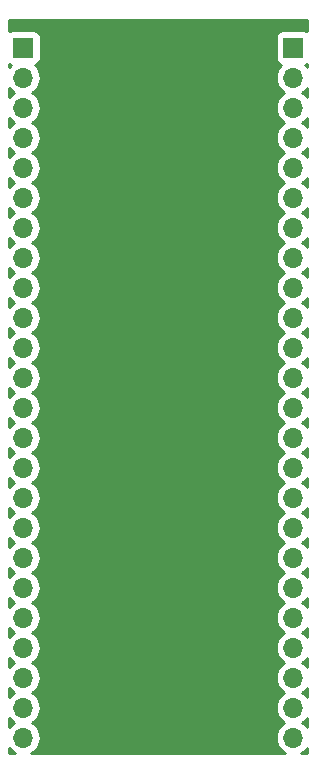
<source format=gbr>
G04 #@! TF.GenerationSoftware,KiCad,Pcbnew,(5.1.0-0)*
G04 #@! TF.CreationDate,2019-04-21T18:11:27+10:00*
G04 #@! TF.ProjectId,ETE006-CM119B-Breatout,45544530-3036-42d4-934d-313139422d42,1*
G04 #@! TF.SameCoordinates,Original*
G04 #@! TF.FileFunction,Copper,L2,Bot*
G04 #@! TF.FilePolarity,Positive*
%FSLAX46Y46*%
G04 Gerber Fmt 4.6, Leading zero omitted, Abs format (unit mm)*
G04 Created by KiCad (PCBNEW (5.1.0-0)) date 2019-04-21 18:11:27*
%MOMM*%
%LPD*%
G04 APERTURE LIST*
%ADD10R,1.700000X1.700000*%
%ADD11O,1.700000X1.700000*%
%ADD12C,0.254000*%
G04 APERTURE END LIST*
D10*
X117933224Y-82578949D03*
D11*
X117933224Y-85118949D03*
X117933224Y-87658949D03*
X117933224Y-90198949D03*
X117933224Y-92738949D03*
X117933224Y-95278949D03*
X117933224Y-97818949D03*
X117933224Y-100358949D03*
X117933224Y-102898949D03*
X117933224Y-105438949D03*
X117933224Y-107978949D03*
X117933224Y-110518949D03*
X117933224Y-113058949D03*
X117933224Y-115598949D03*
X117933224Y-118138949D03*
X117933224Y-120678949D03*
X117933224Y-123218949D03*
X117933224Y-125758949D03*
X117933224Y-128298949D03*
X117933224Y-130838949D03*
X117933224Y-133378949D03*
X117933224Y-135918949D03*
X117933224Y-138458949D03*
X117933224Y-140998949D03*
X140793224Y-140998949D03*
X140793224Y-138458949D03*
X140793224Y-135918949D03*
X140793224Y-133378949D03*
X140793224Y-130838949D03*
X140793224Y-128298949D03*
X140793224Y-125758949D03*
X140793224Y-123218949D03*
X140793224Y-120678949D03*
X140793224Y-118138949D03*
X140793224Y-115598949D03*
X140793224Y-113058949D03*
X140793224Y-110518949D03*
X140793224Y-107978949D03*
X140793224Y-105438949D03*
X140793224Y-102898949D03*
X140793224Y-100358949D03*
X140793224Y-97818949D03*
X140793224Y-95278949D03*
X140793224Y-92738949D03*
X140793224Y-90198949D03*
X140793224Y-87658949D03*
X140793224Y-85118949D03*
D10*
X140793224Y-82578949D03*
D12*
G36*
X116878090Y-142054083D02*
G01*
X117104210Y-142239655D01*
X117235816Y-142310000D01*
X116740000Y-142310000D01*
X116740000Y-141885820D01*
X116878090Y-142054083D01*
X116878090Y-142054083D01*
G37*
X116878090Y-142054083D02*
X117104210Y-142239655D01*
X117235816Y-142310000D01*
X116740000Y-142310000D01*
X116740000Y-141885820D01*
X116878090Y-142054083D01*
G36*
X141990000Y-81194287D02*
G01*
X141887404Y-81139447D01*
X141767706Y-81103137D01*
X141643224Y-81090877D01*
X139943224Y-81090877D01*
X139818742Y-81103137D01*
X139699044Y-81139447D01*
X139588730Y-81198412D01*
X139492039Y-81277764D01*
X139412687Y-81374455D01*
X139353722Y-81484769D01*
X139317412Y-81604467D01*
X139305152Y-81728949D01*
X139305152Y-83428949D01*
X139317412Y-83553431D01*
X139353722Y-83673129D01*
X139412687Y-83783443D01*
X139492039Y-83880134D01*
X139588730Y-83959486D01*
X139699044Y-84018451D01*
X139767911Y-84039342D01*
X139738090Y-84063815D01*
X139552518Y-84289935D01*
X139414625Y-84547915D01*
X139329711Y-84827838D01*
X139301039Y-85118949D01*
X139329711Y-85410060D01*
X139414625Y-85689983D01*
X139552518Y-85947963D01*
X139738090Y-86174083D01*
X139964210Y-86359655D01*
X140019015Y-86388949D01*
X139964210Y-86418243D01*
X139738090Y-86603815D01*
X139552518Y-86829935D01*
X139414625Y-87087915D01*
X139329711Y-87367838D01*
X139301039Y-87658949D01*
X139329711Y-87950060D01*
X139414625Y-88229983D01*
X139552518Y-88487963D01*
X139738090Y-88714083D01*
X139964210Y-88899655D01*
X140019015Y-88928949D01*
X139964210Y-88958243D01*
X139738090Y-89143815D01*
X139552518Y-89369935D01*
X139414625Y-89627915D01*
X139329711Y-89907838D01*
X139301039Y-90198949D01*
X139329711Y-90490060D01*
X139414625Y-90769983D01*
X139552518Y-91027963D01*
X139738090Y-91254083D01*
X139964210Y-91439655D01*
X140019015Y-91468949D01*
X139964210Y-91498243D01*
X139738090Y-91683815D01*
X139552518Y-91909935D01*
X139414625Y-92167915D01*
X139329711Y-92447838D01*
X139301039Y-92738949D01*
X139329711Y-93030060D01*
X139414625Y-93309983D01*
X139552518Y-93567963D01*
X139738090Y-93794083D01*
X139964210Y-93979655D01*
X140019015Y-94008949D01*
X139964210Y-94038243D01*
X139738090Y-94223815D01*
X139552518Y-94449935D01*
X139414625Y-94707915D01*
X139329711Y-94987838D01*
X139301039Y-95278949D01*
X139329711Y-95570060D01*
X139414625Y-95849983D01*
X139552518Y-96107963D01*
X139738090Y-96334083D01*
X139964210Y-96519655D01*
X140019015Y-96548949D01*
X139964210Y-96578243D01*
X139738090Y-96763815D01*
X139552518Y-96989935D01*
X139414625Y-97247915D01*
X139329711Y-97527838D01*
X139301039Y-97818949D01*
X139329711Y-98110060D01*
X139414625Y-98389983D01*
X139552518Y-98647963D01*
X139738090Y-98874083D01*
X139964210Y-99059655D01*
X140019015Y-99088949D01*
X139964210Y-99118243D01*
X139738090Y-99303815D01*
X139552518Y-99529935D01*
X139414625Y-99787915D01*
X139329711Y-100067838D01*
X139301039Y-100358949D01*
X139329711Y-100650060D01*
X139414625Y-100929983D01*
X139552518Y-101187963D01*
X139738090Y-101414083D01*
X139964210Y-101599655D01*
X140019015Y-101628949D01*
X139964210Y-101658243D01*
X139738090Y-101843815D01*
X139552518Y-102069935D01*
X139414625Y-102327915D01*
X139329711Y-102607838D01*
X139301039Y-102898949D01*
X139329711Y-103190060D01*
X139414625Y-103469983D01*
X139552518Y-103727963D01*
X139738090Y-103954083D01*
X139964210Y-104139655D01*
X140019015Y-104168949D01*
X139964210Y-104198243D01*
X139738090Y-104383815D01*
X139552518Y-104609935D01*
X139414625Y-104867915D01*
X139329711Y-105147838D01*
X139301039Y-105438949D01*
X139329711Y-105730060D01*
X139414625Y-106009983D01*
X139552518Y-106267963D01*
X139738090Y-106494083D01*
X139964210Y-106679655D01*
X140019015Y-106708949D01*
X139964210Y-106738243D01*
X139738090Y-106923815D01*
X139552518Y-107149935D01*
X139414625Y-107407915D01*
X139329711Y-107687838D01*
X139301039Y-107978949D01*
X139329711Y-108270060D01*
X139414625Y-108549983D01*
X139552518Y-108807963D01*
X139738090Y-109034083D01*
X139964210Y-109219655D01*
X140019015Y-109248949D01*
X139964210Y-109278243D01*
X139738090Y-109463815D01*
X139552518Y-109689935D01*
X139414625Y-109947915D01*
X139329711Y-110227838D01*
X139301039Y-110518949D01*
X139329711Y-110810060D01*
X139414625Y-111089983D01*
X139552518Y-111347963D01*
X139738090Y-111574083D01*
X139964210Y-111759655D01*
X140019015Y-111788949D01*
X139964210Y-111818243D01*
X139738090Y-112003815D01*
X139552518Y-112229935D01*
X139414625Y-112487915D01*
X139329711Y-112767838D01*
X139301039Y-113058949D01*
X139329711Y-113350060D01*
X139414625Y-113629983D01*
X139552518Y-113887963D01*
X139738090Y-114114083D01*
X139964210Y-114299655D01*
X140019015Y-114328949D01*
X139964210Y-114358243D01*
X139738090Y-114543815D01*
X139552518Y-114769935D01*
X139414625Y-115027915D01*
X139329711Y-115307838D01*
X139301039Y-115598949D01*
X139329711Y-115890060D01*
X139414625Y-116169983D01*
X139552518Y-116427963D01*
X139738090Y-116654083D01*
X139964210Y-116839655D01*
X140019015Y-116868949D01*
X139964210Y-116898243D01*
X139738090Y-117083815D01*
X139552518Y-117309935D01*
X139414625Y-117567915D01*
X139329711Y-117847838D01*
X139301039Y-118138949D01*
X139329711Y-118430060D01*
X139414625Y-118709983D01*
X139552518Y-118967963D01*
X139738090Y-119194083D01*
X139964210Y-119379655D01*
X140019015Y-119408949D01*
X139964210Y-119438243D01*
X139738090Y-119623815D01*
X139552518Y-119849935D01*
X139414625Y-120107915D01*
X139329711Y-120387838D01*
X139301039Y-120678949D01*
X139329711Y-120970060D01*
X139414625Y-121249983D01*
X139552518Y-121507963D01*
X139738090Y-121734083D01*
X139964210Y-121919655D01*
X140019015Y-121948949D01*
X139964210Y-121978243D01*
X139738090Y-122163815D01*
X139552518Y-122389935D01*
X139414625Y-122647915D01*
X139329711Y-122927838D01*
X139301039Y-123218949D01*
X139329711Y-123510060D01*
X139414625Y-123789983D01*
X139552518Y-124047963D01*
X139738090Y-124274083D01*
X139964210Y-124459655D01*
X140019015Y-124488949D01*
X139964210Y-124518243D01*
X139738090Y-124703815D01*
X139552518Y-124929935D01*
X139414625Y-125187915D01*
X139329711Y-125467838D01*
X139301039Y-125758949D01*
X139329711Y-126050060D01*
X139414625Y-126329983D01*
X139552518Y-126587963D01*
X139738090Y-126814083D01*
X139964210Y-126999655D01*
X140019015Y-127028949D01*
X139964210Y-127058243D01*
X139738090Y-127243815D01*
X139552518Y-127469935D01*
X139414625Y-127727915D01*
X139329711Y-128007838D01*
X139301039Y-128298949D01*
X139329711Y-128590060D01*
X139414625Y-128869983D01*
X139552518Y-129127963D01*
X139738090Y-129354083D01*
X139964210Y-129539655D01*
X140019015Y-129568949D01*
X139964210Y-129598243D01*
X139738090Y-129783815D01*
X139552518Y-130009935D01*
X139414625Y-130267915D01*
X139329711Y-130547838D01*
X139301039Y-130838949D01*
X139329711Y-131130060D01*
X139414625Y-131409983D01*
X139552518Y-131667963D01*
X139738090Y-131894083D01*
X139964210Y-132079655D01*
X140019015Y-132108949D01*
X139964210Y-132138243D01*
X139738090Y-132323815D01*
X139552518Y-132549935D01*
X139414625Y-132807915D01*
X139329711Y-133087838D01*
X139301039Y-133378949D01*
X139329711Y-133670060D01*
X139414625Y-133949983D01*
X139552518Y-134207963D01*
X139738090Y-134434083D01*
X139964210Y-134619655D01*
X140019015Y-134648949D01*
X139964210Y-134678243D01*
X139738090Y-134863815D01*
X139552518Y-135089935D01*
X139414625Y-135347915D01*
X139329711Y-135627838D01*
X139301039Y-135918949D01*
X139329711Y-136210060D01*
X139414625Y-136489983D01*
X139552518Y-136747963D01*
X139738090Y-136974083D01*
X139964210Y-137159655D01*
X140019015Y-137188949D01*
X139964210Y-137218243D01*
X139738090Y-137403815D01*
X139552518Y-137629935D01*
X139414625Y-137887915D01*
X139329711Y-138167838D01*
X139301039Y-138458949D01*
X139329711Y-138750060D01*
X139414625Y-139029983D01*
X139552518Y-139287963D01*
X139738090Y-139514083D01*
X139964210Y-139699655D01*
X140019015Y-139728949D01*
X139964210Y-139758243D01*
X139738090Y-139943815D01*
X139552518Y-140169935D01*
X139414625Y-140427915D01*
X139329711Y-140707838D01*
X139301039Y-140998949D01*
X139329711Y-141290060D01*
X139414625Y-141569983D01*
X139552518Y-141827963D01*
X139738090Y-142054083D01*
X139964210Y-142239655D01*
X140095816Y-142310000D01*
X118630632Y-142310000D01*
X118762238Y-142239655D01*
X118988358Y-142054083D01*
X119173930Y-141827963D01*
X119311823Y-141569983D01*
X119396737Y-141290060D01*
X119425409Y-140998949D01*
X119396737Y-140707838D01*
X119311823Y-140427915D01*
X119173930Y-140169935D01*
X118988358Y-139943815D01*
X118762238Y-139758243D01*
X118707433Y-139728949D01*
X118762238Y-139699655D01*
X118988358Y-139514083D01*
X119173930Y-139287963D01*
X119311823Y-139029983D01*
X119396737Y-138750060D01*
X119425409Y-138458949D01*
X119396737Y-138167838D01*
X119311823Y-137887915D01*
X119173930Y-137629935D01*
X118988358Y-137403815D01*
X118762238Y-137218243D01*
X118707433Y-137188949D01*
X118762238Y-137159655D01*
X118988358Y-136974083D01*
X119173930Y-136747963D01*
X119311823Y-136489983D01*
X119396737Y-136210060D01*
X119425409Y-135918949D01*
X119396737Y-135627838D01*
X119311823Y-135347915D01*
X119173930Y-135089935D01*
X118988358Y-134863815D01*
X118762238Y-134678243D01*
X118707433Y-134648949D01*
X118762238Y-134619655D01*
X118988358Y-134434083D01*
X119173930Y-134207963D01*
X119311823Y-133949983D01*
X119396737Y-133670060D01*
X119425409Y-133378949D01*
X119396737Y-133087838D01*
X119311823Y-132807915D01*
X119173930Y-132549935D01*
X118988358Y-132323815D01*
X118762238Y-132138243D01*
X118707433Y-132108949D01*
X118762238Y-132079655D01*
X118988358Y-131894083D01*
X119173930Y-131667963D01*
X119311823Y-131409983D01*
X119396737Y-131130060D01*
X119425409Y-130838949D01*
X119396737Y-130547838D01*
X119311823Y-130267915D01*
X119173930Y-130009935D01*
X118988358Y-129783815D01*
X118762238Y-129598243D01*
X118707433Y-129568949D01*
X118762238Y-129539655D01*
X118988358Y-129354083D01*
X119173930Y-129127963D01*
X119311823Y-128869983D01*
X119396737Y-128590060D01*
X119425409Y-128298949D01*
X119396737Y-128007838D01*
X119311823Y-127727915D01*
X119173930Y-127469935D01*
X118988358Y-127243815D01*
X118762238Y-127058243D01*
X118707433Y-127028949D01*
X118762238Y-126999655D01*
X118988358Y-126814083D01*
X119173930Y-126587963D01*
X119311823Y-126329983D01*
X119396737Y-126050060D01*
X119425409Y-125758949D01*
X119396737Y-125467838D01*
X119311823Y-125187915D01*
X119173930Y-124929935D01*
X118988358Y-124703815D01*
X118762238Y-124518243D01*
X118707433Y-124488949D01*
X118762238Y-124459655D01*
X118988358Y-124274083D01*
X119173930Y-124047963D01*
X119311823Y-123789983D01*
X119396737Y-123510060D01*
X119425409Y-123218949D01*
X119396737Y-122927838D01*
X119311823Y-122647915D01*
X119173930Y-122389935D01*
X118988358Y-122163815D01*
X118762238Y-121978243D01*
X118707433Y-121948949D01*
X118762238Y-121919655D01*
X118988358Y-121734083D01*
X119173930Y-121507963D01*
X119311823Y-121249983D01*
X119396737Y-120970060D01*
X119425409Y-120678949D01*
X119396737Y-120387838D01*
X119311823Y-120107915D01*
X119173930Y-119849935D01*
X118988358Y-119623815D01*
X118762238Y-119438243D01*
X118707433Y-119408949D01*
X118762238Y-119379655D01*
X118988358Y-119194083D01*
X119173930Y-118967963D01*
X119311823Y-118709983D01*
X119396737Y-118430060D01*
X119425409Y-118138949D01*
X119396737Y-117847838D01*
X119311823Y-117567915D01*
X119173930Y-117309935D01*
X118988358Y-117083815D01*
X118762238Y-116898243D01*
X118707433Y-116868949D01*
X118762238Y-116839655D01*
X118988358Y-116654083D01*
X119173930Y-116427963D01*
X119311823Y-116169983D01*
X119396737Y-115890060D01*
X119425409Y-115598949D01*
X119396737Y-115307838D01*
X119311823Y-115027915D01*
X119173930Y-114769935D01*
X118988358Y-114543815D01*
X118762238Y-114358243D01*
X118707433Y-114328949D01*
X118762238Y-114299655D01*
X118988358Y-114114083D01*
X119173930Y-113887963D01*
X119311823Y-113629983D01*
X119396737Y-113350060D01*
X119425409Y-113058949D01*
X119396737Y-112767838D01*
X119311823Y-112487915D01*
X119173930Y-112229935D01*
X118988358Y-112003815D01*
X118762238Y-111818243D01*
X118707433Y-111788949D01*
X118762238Y-111759655D01*
X118988358Y-111574083D01*
X119173930Y-111347963D01*
X119311823Y-111089983D01*
X119396737Y-110810060D01*
X119425409Y-110518949D01*
X119396737Y-110227838D01*
X119311823Y-109947915D01*
X119173930Y-109689935D01*
X118988358Y-109463815D01*
X118762238Y-109278243D01*
X118707433Y-109248949D01*
X118762238Y-109219655D01*
X118988358Y-109034083D01*
X119173930Y-108807963D01*
X119311823Y-108549983D01*
X119396737Y-108270060D01*
X119425409Y-107978949D01*
X119396737Y-107687838D01*
X119311823Y-107407915D01*
X119173930Y-107149935D01*
X118988358Y-106923815D01*
X118762238Y-106738243D01*
X118707433Y-106708949D01*
X118762238Y-106679655D01*
X118988358Y-106494083D01*
X119173930Y-106267963D01*
X119311823Y-106009983D01*
X119396737Y-105730060D01*
X119425409Y-105438949D01*
X119396737Y-105147838D01*
X119311823Y-104867915D01*
X119173930Y-104609935D01*
X118988358Y-104383815D01*
X118762238Y-104198243D01*
X118707433Y-104168949D01*
X118762238Y-104139655D01*
X118988358Y-103954083D01*
X119173930Y-103727963D01*
X119311823Y-103469983D01*
X119396737Y-103190060D01*
X119425409Y-102898949D01*
X119396737Y-102607838D01*
X119311823Y-102327915D01*
X119173930Y-102069935D01*
X118988358Y-101843815D01*
X118762238Y-101658243D01*
X118707433Y-101628949D01*
X118762238Y-101599655D01*
X118988358Y-101414083D01*
X119173930Y-101187963D01*
X119311823Y-100929983D01*
X119396737Y-100650060D01*
X119425409Y-100358949D01*
X119396737Y-100067838D01*
X119311823Y-99787915D01*
X119173930Y-99529935D01*
X118988358Y-99303815D01*
X118762238Y-99118243D01*
X118707433Y-99088949D01*
X118762238Y-99059655D01*
X118988358Y-98874083D01*
X119173930Y-98647963D01*
X119311823Y-98389983D01*
X119396737Y-98110060D01*
X119425409Y-97818949D01*
X119396737Y-97527838D01*
X119311823Y-97247915D01*
X119173930Y-96989935D01*
X118988358Y-96763815D01*
X118762238Y-96578243D01*
X118707433Y-96548949D01*
X118762238Y-96519655D01*
X118988358Y-96334083D01*
X119173930Y-96107963D01*
X119311823Y-95849983D01*
X119396737Y-95570060D01*
X119425409Y-95278949D01*
X119396737Y-94987838D01*
X119311823Y-94707915D01*
X119173930Y-94449935D01*
X118988358Y-94223815D01*
X118762238Y-94038243D01*
X118707433Y-94008949D01*
X118762238Y-93979655D01*
X118988358Y-93794083D01*
X119173930Y-93567963D01*
X119311823Y-93309983D01*
X119396737Y-93030060D01*
X119425409Y-92738949D01*
X119396737Y-92447838D01*
X119311823Y-92167915D01*
X119173930Y-91909935D01*
X118988358Y-91683815D01*
X118762238Y-91498243D01*
X118707433Y-91468949D01*
X118762238Y-91439655D01*
X118988358Y-91254083D01*
X119173930Y-91027963D01*
X119311823Y-90769983D01*
X119396737Y-90490060D01*
X119425409Y-90198949D01*
X119396737Y-89907838D01*
X119311823Y-89627915D01*
X119173930Y-89369935D01*
X118988358Y-89143815D01*
X118762238Y-88958243D01*
X118707433Y-88928949D01*
X118762238Y-88899655D01*
X118988358Y-88714083D01*
X119173930Y-88487963D01*
X119311823Y-88229983D01*
X119396737Y-87950060D01*
X119425409Y-87658949D01*
X119396737Y-87367838D01*
X119311823Y-87087915D01*
X119173930Y-86829935D01*
X118988358Y-86603815D01*
X118762238Y-86418243D01*
X118707433Y-86388949D01*
X118762238Y-86359655D01*
X118988358Y-86174083D01*
X119173930Y-85947963D01*
X119311823Y-85689983D01*
X119396737Y-85410060D01*
X119425409Y-85118949D01*
X119396737Y-84827838D01*
X119311823Y-84547915D01*
X119173930Y-84289935D01*
X118988358Y-84063815D01*
X118958537Y-84039342D01*
X119027404Y-84018451D01*
X119137718Y-83959486D01*
X119234409Y-83880134D01*
X119313761Y-83783443D01*
X119372726Y-83673129D01*
X119409036Y-83553431D01*
X119421296Y-83428949D01*
X119421296Y-81728949D01*
X119409036Y-81604467D01*
X119372726Y-81484769D01*
X119313761Y-81374455D01*
X119234409Y-81277764D01*
X119137718Y-81198412D01*
X119027404Y-81139447D01*
X118907706Y-81103137D01*
X118783224Y-81090877D01*
X117083224Y-81090877D01*
X116958742Y-81103137D01*
X116839044Y-81139447D01*
X116740000Y-81192388D01*
X116740000Y-80230000D01*
X141990000Y-80230000D01*
X141990000Y-81194287D01*
X141990000Y-81194287D01*
G37*
X141990000Y-81194287D02*
X141887404Y-81139447D01*
X141767706Y-81103137D01*
X141643224Y-81090877D01*
X139943224Y-81090877D01*
X139818742Y-81103137D01*
X139699044Y-81139447D01*
X139588730Y-81198412D01*
X139492039Y-81277764D01*
X139412687Y-81374455D01*
X139353722Y-81484769D01*
X139317412Y-81604467D01*
X139305152Y-81728949D01*
X139305152Y-83428949D01*
X139317412Y-83553431D01*
X139353722Y-83673129D01*
X139412687Y-83783443D01*
X139492039Y-83880134D01*
X139588730Y-83959486D01*
X139699044Y-84018451D01*
X139767911Y-84039342D01*
X139738090Y-84063815D01*
X139552518Y-84289935D01*
X139414625Y-84547915D01*
X139329711Y-84827838D01*
X139301039Y-85118949D01*
X139329711Y-85410060D01*
X139414625Y-85689983D01*
X139552518Y-85947963D01*
X139738090Y-86174083D01*
X139964210Y-86359655D01*
X140019015Y-86388949D01*
X139964210Y-86418243D01*
X139738090Y-86603815D01*
X139552518Y-86829935D01*
X139414625Y-87087915D01*
X139329711Y-87367838D01*
X139301039Y-87658949D01*
X139329711Y-87950060D01*
X139414625Y-88229983D01*
X139552518Y-88487963D01*
X139738090Y-88714083D01*
X139964210Y-88899655D01*
X140019015Y-88928949D01*
X139964210Y-88958243D01*
X139738090Y-89143815D01*
X139552518Y-89369935D01*
X139414625Y-89627915D01*
X139329711Y-89907838D01*
X139301039Y-90198949D01*
X139329711Y-90490060D01*
X139414625Y-90769983D01*
X139552518Y-91027963D01*
X139738090Y-91254083D01*
X139964210Y-91439655D01*
X140019015Y-91468949D01*
X139964210Y-91498243D01*
X139738090Y-91683815D01*
X139552518Y-91909935D01*
X139414625Y-92167915D01*
X139329711Y-92447838D01*
X139301039Y-92738949D01*
X139329711Y-93030060D01*
X139414625Y-93309983D01*
X139552518Y-93567963D01*
X139738090Y-93794083D01*
X139964210Y-93979655D01*
X140019015Y-94008949D01*
X139964210Y-94038243D01*
X139738090Y-94223815D01*
X139552518Y-94449935D01*
X139414625Y-94707915D01*
X139329711Y-94987838D01*
X139301039Y-95278949D01*
X139329711Y-95570060D01*
X139414625Y-95849983D01*
X139552518Y-96107963D01*
X139738090Y-96334083D01*
X139964210Y-96519655D01*
X140019015Y-96548949D01*
X139964210Y-96578243D01*
X139738090Y-96763815D01*
X139552518Y-96989935D01*
X139414625Y-97247915D01*
X139329711Y-97527838D01*
X139301039Y-97818949D01*
X139329711Y-98110060D01*
X139414625Y-98389983D01*
X139552518Y-98647963D01*
X139738090Y-98874083D01*
X139964210Y-99059655D01*
X140019015Y-99088949D01*
X139964210Y-99118243D01*
X139738090Y-99303815D01*
X139552518Y-99529935D01*
X139414625Y-99787915D01*
X139329711Y-100067838D01*
X139301039Y-100358949D01*
X139329711Y-100650060D01*
X139414625Y-100929983D01*
X139552518Y-101187963D01*
X139738090Y-101414083D01*
X139964210Y-101599655D01*
X140019015Y-101628949D01*
X139964210Y-101658243D01*
X139738090Y-101843815D01*
X139552518Y-102069935D01*
X139414625Y-102327915D01*
X139329711Y-102607838D01*
X139301039Y-102898949D01*
X139329711Y-103190060D01*
X139414625Y-103469983D01*
X139552518Y-103727963D01*
X139738090Y-103954083D01*
X139964210Y-104139655D01*
X140019015Y-104168949D01*
X139964210Y-104198243D01*
X139738090Y-104383815D01*
X139552518Y-104609935D01*
X139414625Y-104867915D01*
X139329711Y-105147838D01*
X139301039Y-105438949D01*
X139329711Y-105730060D01*
X139414625Y-106009983D01*
X139552518Y-106267963D01*
X139738090Y-106494083D01*
X139964210Y-106679655D01*
X140019015Y-106708949D01*
X139964210Y-106738243D01*
X139738090Y-106923815D01*
X139552518Y-107149935D01*
X139414625Y-107407915D01*
X139329711Y-107687838D01*
X139301039Y-107978949D01*
X139329711Y-108270060D01*
X139414625Y-108549983D01*
X139552518Y-108807963D01*
X139738090Y-109034083D01*
X139964210Y-109219655D01*
X140019015Y-109248949D01*
X139964210Y-109278243D01*
X139738090Y-109463815D01*
X139552518Y-109689935D01*
X139414625Y-109947915D01*
X139329711Y-110227838D01*
X139301039Y-110518949D01*
X139329711Y-110810060D01*
X139414625Y-111089983D01*
X139552518Y-111347963D01*
X139738090Y-111574083D01*
X139964210Y-111759655D01*
X140019015Y-111788949D01*
X139964210Y-111818243D01*
X139738090Y-112003815D01*
X139552518Y-112229935D01*
X139414625Y-112487915D01*
X139329711Y-112767838D01*
X139301039Y-113058949D01*
X139329711Y-113350060D01*
X139414625Y-113629983D01*
X139552518Y-113887963D01*
X139738090Y-114114083D01*
X139964210Y-114299655D01*
X140019015Y-114328949D01*
X139964210Y-114358243D01*
X139738090Y-114543815D01*
X139552518Y-114769935D01*
X139414625Y-115027915D01*
X139329711Y-115307838D01*
X139301039Y-115598949D01*
X139329711Y-115890060D01*
X139414625Y-116169983D01*
X139552518Y-116427963D01*
X139738090Y-116654083D01*
X139964210Y-116839655D01*
X140019015Y-116868949D01*
X139964210Y-116898243D01*
X139738090Y-117083815D01*
X139552518Y-117309935D01*
X139414625Y-117567915D01*
X139329711Y-117847838D01*
X139301039Y-118138949D01*
X139329711Y-118430060D01*
X139414625Y-118709983D01*
X139552518Y-118967963D01*
X139738090Y-119194083D01*
X139964210Y-119379655D01*
X140019015Y-119408949D01*
X139964210Y-119438243D01*
X139738090Y-119623815D01*
X139552518Y-119849935D01*
X139414625Y-120107915D01*
X139329711Y-120387838D01*
X139301039Y-120678949D01*
X139329711Y-120970060D01*
X139414625Y-121249983D01*
X139552518Y-121507963D01*
X139738090Y-121734083D01*
X139964210Y-121919655D01*
X140019015Y-121948949D01*
X139964210Y-121978243D01*
X139738090Y-122163815D01*
X139552518Y-122389935D01*
X139414625Y-122647915D01*
X139329711Y-122927838D01*
X139301039Y-123218949D01*
X139329711Y-123510060D01*
X139414625Y-123789983D01*
X139552518Y-124047963D01*
X139738090Y-124274083D01*
X139964210Y-124459655D01*
X140019015Y-124488949D01*
X139964210Y-124518243D01*
X139738090Y-124703815D01*
X139552518Y-124929935D01*
X139414625Y-125187915D01*
X139329711Y-125467838D01*
X139301039Y-125758949D01*
X139329711Y-126050060D01*
X139414625Y-126329983D01*
X139552518Y-126587963D01*
X139738090Y-126814083D01*
X139964210Y-126999655D01*
X140019015Y-127028949D01*
X139964210Y-127058243D01*
X139738090Y-127243815D01*
X139552518Y-127469935D01*
X139414625Y-127727915D01*
X139329711Y-128007838D01*
X139301039Y-128298949D01*
X139329711Y-128590060D01*
X139414625Y-128869983D01*
X139552518Y-129127963D01*
X139738090Y-129354083D01*
X139964210Y-129539655D01*
X140019015Y-129568949D01*
X139964210Y-129598243D01*
X139738090Y-129783815D01*
X139552518Y-130009935D01*
X139414625Y-130267915D01*
X139329711Y-130547838D01*
X139301039Y-130838949D01*
X139329711Y-131130060D01*
X139414625Y-131409983D01*
X139552518Y-131667963D01*
X139738090Y-131894083D01*
X139964210Y-132079655D01*
X140019015Y-132108949D01*
X139964210Y-132138243D01*
X139738090Y-132323815D01*
X139552518Y-132549935D01*
X139414625Y-132807915D01*
X139329711Y-133087838D01*
X139301039Y-133378949D01*
X139329711Y-133670060D01*
X139414625Y-133949983D01*
X139552518Y-134207963D01*
X139738090Y-134434083D01*
X139964210Y-134619655D01*
X140019015Y-134648949D01*
X139964210Y-134678243D01*
X139738090Y-134863815D01*
X139552518Y-135089935D01*
X139414625Y-135347915D01*
X139329711Y-135627838D01*
X139301039Y-135918949D01*
X139329711Y-136210060D01*
X139414625Y-136489983D01*
X139552518Y-136747963D01*
X139738090Y-136974083D01*
X139964210Y-137159655D01*
X140019015Y-137188949D01*
X139964210Y-137218243D01*
X139738090Y-137403815D01*
X139552518Y-137629935D01*
X139414625Y-137887915D01*
X139329711Y-138167838D01*
X139301039Y-138458949D01*
X139329711Y-138750060D01*
X139414625Y-139029983D01*
X139552518Y-139287963D01*
X139738090Y-139514083D01*
X139964210Y-139699655D01*
X140019015Y-139728949D01*
X139964210Y-139758243D01*
X139738090Y-139943815D01*
X139552518Y-140169935D01*
X139414625Y-140427915D01*
X139329711Y-140707838D01*
X139301039Y-140998949D01*
X139329711Y-141290060D01*
X139414625Y-141569983D01*
X139552518Y-141827963D01*
X139738090Y-142054083D01*
X139964210Y-142239655D01*
X140095816Y-142310000D01*
X118630632Y-142310000D01*
X118762238Y-142239655D01*
X118988358Y-142054083D01*
X119173930Y-141827963D01*
X119311823Y-141569983D01*
X119396737Y-141290060D01*
X119425409Y-140998949D01*
X119396737Y-140707838D01*
X119311823Y-140427915D01*
X119173930Y-140169935D01*
X118988358Y-139943815D01*
X118762238Y-139758243D01*
X118707433Y-139728949D01*
X118762238Y-139699655D01*
X118988358Y-139514083D01*
X119173930Y-139287963D01*
X119311823Y-139029983D01*
X119396737Y-138750060D01*
X119425409Y-138458949D01*
X119396737Y-138167838D01*
X119311823Y-137887915D01*
X119173930Y-137629935D01*
X118988358Y-137403815D01*
X118762238Y-137218243D01*
X118707433Y-137188949D01*
X118762238Y-137159655D01*
X118988358Y-136974083D01*
X119173930Y-136747963D01*
X119311823Y-136489983D01*
X119396737Y-136210060D01*
X119425409Y-135918949D01*
X119396737Y-135627838D01*
X119311823Y-135347915D01*
X119173930Y-135089935D01*
X118988358Y-134863815D01*
X118762238Y-134678243D01*
X118707433Y-134648949D01*
X118762238Y-134619655D01*
X118988358Y-134434083D01*
X119173930Y-134207963D01*
X119311823Y-133949983D01*
X119396737Y-133670060D01*
X119425409Y-133378949D01*
X119396737Y-133087838D01*
X119311823Y-132807915D01*
X119173930Y-132549935D01*
X118988358Y-132323815D01*
X118762238Y-132138243D01*
X118707433Y-132108949D01*
X118762238Y-132079655D01*
X118988358Y-131894083D01*
X119173930Y-131667963D01*
X119311823Y-131409983D01*
X119396737Y-131130060D01*
X119425409Y-130838949D01*
X119396737Y-130547838D01*
X119311823Y-130267915D01*
X119173930Y-130009935D01*
X118988358Y-129783815D01*
X118762238Y-129598243D01*
X118707433Y-129568949D01*
X118762238Y-129539655D01*
X118988358Y-129354083D01*
X119173930Y-129127963D01*
X119311823Y-128869983D01*
X119396737Y-128590060D01*
X119425409Y-128298949D01*
X119396737Y-128007838D01*
X119311823Y-127727915D01*
X119173930Y-127469935D01*
X118988358Y-127243815D01*
X118762238Y-127058243D01*
X118707433Y-127028949D01*
X118762238Y-126999655D01*
X118988358Y-126814083D01*
X119173930Y-126587963D01*
X119311823Y-126329983D01*
X119396737Y-126050060D01*
X119425409Y-125758949D01*
X119396737Y-125467838D01*
X119311823Y-125187915D01*
X119173930Y-124929935D01*
X118988358Y-124703815D01*
X118762238Y-124518243D01*
X118707433Y-124488949D01*
X118762238Y-124459655D01*
X118988358Y-124274083D01*
X119173930Y-124047963D01*
X119311823Y-123789983D01*
X119396737Y-123510060D01*
X119425409Y-123218949D01*
X119396737Y-122927838D01*
X119311823Y-122647915D01*
X119173930Y-122389935D01*
X118988358Y-122163815D01*
X118762238Y-121978243D01*
X118707433Y-121948949D01*
X118762238Y-121919655D01*
X118988358Y-121734083D01*
X119173930Y-121507963D01*
X119311823Y-121249983D01*
X119396737Y-120970060D01*
X119425409Y-120678949D01*
X119396737Y-120387838D01*
X119311823Y-120107915D01*
X119173930Y-119849935D01*
X118988358Y-119623815D01*
X118762238Y-119438243D01*
X118707433Y-119408949D01*
X118762238Y-119379655D01*
X118988358Y-119194083D01*
X119173930Y-118967963D01*
X119311823Y-118709983D01*
X119396737Y-118430060D01*
X119425409Y-118138949D01*
X119396737Y-117847838D01*
X119311823Y-117567915D01*
X119173930Y-117309935D01*
X118988358Y-117083815D01*
X118762238Y-116898243D01*
X118707433Y-116868949D01*
X118762238Y-116839655D01*
X118988358Y-116654083D01*
X119173930Y-116427963D01*
X119311823Y-116169983D01*
X119396737Y-115890060D01*
X119425409Y-115598949D01*
X119396737Y-115307838D01*
X119311823Y-115027915D01*
X119173930Y-114769935D01*
X118988358Y-114543815D01*
X118762238Y-114358243D01*
X118707433Y-114328949D01*
X118762238Y-114299655D01*
X118988358Y-114114083D01*
X119173930Y-113887963D01*
X119311823Y-113629983D01*
X119396737Y-113350060D01*
X119425409Y-113058949D01*
X119396737Y-112767838D01*
X119311823Y-112487915D01*
X119173930Y-112229935D01*
X118988358Y-112003815D01*
X118762238Y-111818243D01*
X118707433Y-111788949D01*
X118762238Y-111759655D01*
X118988358Y-111574083D01*
X119173930Y-111347963D01*
X119311823Y-111089983D01*
X119396737Y-110810060D01*
X119425409Y-110518949D01*
X119396737Y-110227838D01*
X119311823Y-109947915D01*
X119173930Y-109689935D01*
X118988358Y-109463815D01*
X118762238Y-109278243D01*
X118707433Y-109248949D01*
X118762238Y-109219655D01*
X118988358Y-109034083D01*
X119173930Y-108807963D01*
X119311823Y-108549983D01*
X119396737Y-108270060D01*
X119425409Y-107978949D01*
X119396737Y-107687838D01*
X119311823Y-107407915D01*
X119173930Y-107149935D01*
X118988358Y-106923815D01*
X118762238Y-106738243D01*
X118707433Y-106708949D01*
X118762238Y-106679655D01*
X118988358Y-106494083D01*
X119173930Y-106267963D01*
X119311823Y-106009983D01*
X119396737Y-105730060D01*
X119425409Y-105438949D01*
X119396737Y-105147838D01*
X119311823Y-104867915D01*
X119173930Y-104609935D01*
X118988358Y-104383815D01*
X118762238Y-104198243D01*
X118707433Y-104168949D01*
X118762238Y-104139655D01*
X118988358Y-103954083D01*
X119173930Y-103727963D01*
X119311823Y-103469983D01*
X119396737Y-103190060D01*
X119425409Y-102898949D01*
X119396737Y-102607838D01*
X119311823Y-102327915D01*
X119173930Y-102069935D01*
X118988358Y-101843815D01*
X118762238Y-101658243D01*
X118707433Y-101628949D01*
X118762238Y-101599655D01*
X118988358Y-101414083D01*
X119173930Y-101187963D01*
X119311823Y-100929983D01*
X119396737Y-100650060D01*
X119425409Y-100358949D01*
X119396737Y-100067838D01*
X119311823Y-99787915D01*
X119173930Y-99529935D01*
X118988358Y-99303815D01*
X118762238Y-99118243D01*
X118707433Y-99088949D01*
X118762238Y-99059655D01*
X118988358Y-98874083D01*
X119173930Y-98647963D01*
X119311823Y-98389983D01*
X119396737Y-98110060D01*
X119425409Y-97818949D01*
X119396737Y-97527838D01*
X119311823Y-97247915D01*
X119173930Y-96989935D01*
X118988358Y-96763815D01*
X118762238Y-96578243D01*
X118707433Y-96548949D01*
X118762238Y-96519655D01*
X118988358Y-96334083D01*
X119173930Y-96107963D01*
X119311823Y-95849983D01*
X119396737Y-95570060D01*
X119425409Y-95278949D01*
X119396737Y-94987838D01*
X119311823Y-94707915D01*
X119173930Y-94449935D01*
X118988358Y-94223815D01*
X118762238Y-94038243D01*
X118707433Y-94008949D01*
X118762238Y-93979655D01*
X118988358Y-93794083D01*
X119173930Y-93567963D01*
X119311823Y-93309983D01*
X119396737Y-93030060D01*
X119425409Y-92738949D01*
X119396737Y-92447838D01*
X119311823Y-92167915D01*
X119173930Y-91909935D01*
X118988358Y-91683815D01*
X118762238Y-91498243D01*
X118707433Y-91468949D01*
X118762238Y-91439655D01*
X118988358Y-91254083D01*
X119173930Y-91027963D01*
X119311823Y-90769983D01*
X119396737Y-90490060D01*
X119425409Y-90198949D01*
X119396737Y-89907838D01*
X119311823Y-89627915D01*
X119173930Y-89369935D01*
X118988358Y-89143815D01*
X118762238Y-88958243D01*
X118707433Y-88928949D01*
X118762238Y-88899655D01*
X118988358Y-88714083D01*
X119173930Y-88487963D01*
X119311823Y-88229983D01*
X119396737Y-87950060D01*
X119425409Y-87658949D01*
X119396737Y-87367838D01*
X119311823Y-87087915D01*
X119173930Y-86829935D01*
X118988358Y-86603815D01*
X118762238Y-86418243D01*
X118707433Y-86388949D01*
X118762238Y-86359655D01*
X118988358Y-86174083D01*
X119173930Y-85947963D01*
X119311823Y-85689983D01*
X119396737Y-85410060D01*
X119425409Y-85118949D01*
X119396737Y-84827838D01*
X119311823Y-84547915D01*
X119173930Y-84289935D01*
X118988358Y-84063815D01*
X118958537Y-84039342D01*
X119027404Y-84018451D01*
X119137718Y-83959486D01*
X119234409Y-83880134D01*
X119313761Y-83783443D01*
X119372726Y-83673129D01*
X119409036Y-83553431D01*
X119421296Y-83428949D01*
X119421296Y-81728949D01*
X119409036Y-81604467D01*
X119372726Y-81484769D01*
X119313761Y-81374455D01*
X119234409Y-81277764D01*
X119137718Y-81198412D01*
X119027404Y-81139447D01*
X118907706Y-81103137D01*
X118783224Y-81090877D01*
X117083224Y-81090877D01*
X116958742Y-81103137D01*
X116839044Y-81139447D01*
X116740000Y-81192388D01*
X116740000Y-80230000D01*
X141990000Y-80230000D01*
X141990000Y-81194287D01*
G36*
X141990001Y-142310000D02*
G01*
X141490632Y-142310000D01*
X141622238Y-142239655D01*
X141848358Y-142054083D01*
X141990001Y-141881491D01*
X141990001Y-142310000D01*
X141990001Y-142310000D01*
G37*
X141990001Y-142310000D02*
X141490632Y-142310000D01*
X141622238Y-142239655D01*
X141848358Y-142054083D01*
X141990001Y-141881491D01*
X141990001Y-142310000D01*
G36*
X141990001Y-140116407D02*
G01*
X141848358Y-139943815D01*
X141622238Y-139758243D01*
X141567433Y-139728949D01*
X141622238Y-139699655D01*
X141848358Y-139514083D01*
X141990001Y-139341491D01*
X141990001Y-140116407D01*
X141990001Y-140116407D01*
G37*
X141990001Y-140116407D02*
X141848358Y-139943815D01*
X141622238Y-139758243D01*
X141567433Y-139728949D01*
X141622238Y-139699655D01*
X141848358Y-139514083D01*
X141990001Y-139341491D01*
X141990001Y-140116407D01*
G36*
X116878090Y-139514083D02*
G01*
X117104210Y-139699655D01*
X117159015Y-139728949D01*
X117104210Y-139758243D01*
X116878090Y-139943815D01*
X116740000Y-140112078D01*
X116740000Y-139345820D01*
X116878090Y-139514083D01*
X116878090Y-139514083D01*
G37*
X116878090Y-139514083D02*
X117104210Y-139699655D01*
X117159015Y-139728949D01*
X117104210Y-139758243D01*
X116878090Y-139943815D01*
X116740000Y-140112078D01*
X116740000Y-139345820D01*
X116878090Y-139514083D01*
G36*
X141990001Y-137576407D02*
G01*
X141848358Y-137403815D01*
X141622238Y-137218243D01*
X141567433Y-137188949D01*
X141622238Y-137159655D01*
X141848358Y-136974083D01*
X141990001Y-136801491D01*
X141990001Y-137576407D01*
X141990001Y-137576407D01*
G37*
X141990001Y-137576407D02*
X141848358Y-137403815D01*
X141622238Y-137218243D01*
X141567433Y-137188949D01*
X141622238Y-137159655D01*
X141848358Y-136974083D01*
X141990001Y-136801491D01*
X141990001Y-137576407D01*
G36*
X116878090Y-136974083D02*
G01*
X117104210Y-137159655D01*
X117159015Y-137188949D01*
X117104210Y-137218243D01*
X116878090Y-137403815D01*
X116740000Y-137572078D01*
X116740000Y-136805820D01*
X116878090Y-136974083D01*
X116878090Y-136974083D01*
G37*
X116878090Y-136974083D02*
X117104210Y-137159655D01*
X117159015Y-137188949D01*
X117104210Y-137218243D01*
X116878090Y-137403815D01*
X116740000Y-137572078D01*
X116740000Y-136805820D01*
X116878090Y-136974083D01*
G36*
X141990001Y-135036407D02*
G01*
X141848358Y-134863815D01*
X141622238Y-134678243D01*
X141567433Y-134648949D01*
X141622238Y-134619655D01*
X141848358Y-134434083D01*
X141990001Y-134261491D01*
X141990001Y-135036407D01*
X141990001Y-135036407D01*
G37*
X141990001Y-135036407D02*
X141848358Y-134863815D01*
X141622238Y-134678243D01*
X141567433Y-134648949D01*
X141622238Y-134619655D01*
X141848358Y-134434083D01*
X141990001Y-134261491D01*
X141990001Y-135036407D01*
G36*
X116878090Y-134434083D02*
G01*
X117104210Y-134619655D01*
X117159015Y-134648949D01*
X117104210Y-134678243D01*
X116878090Y-134863815D01*
X116740000Y-135032078D01*
X116740000Y-134265820D01*
X116878090Y-134434083D01*
X116878090Y-134434083D01*
G37*
X116878090Y-134434083D02*
X117104210Y-134619655D01*
X117159015Y-134648949D01*
X117104210Y-134678243D01*
X116878090Y-134863815D01*
X116740000Y-135032078D01*
X116740000Y-134265820D01*
X116878090Y-134434083D01*
G36*
X141990001Y-132496407D02*
G01*
X141848358Y-132323815D01*
X141622238Y-132138243D01*
X141567433Y-132108949D01*
X141622238Y-132079655D01*
X141848358Y-131894083D01*
X141990001Y-131721491D01*
X141990001Y-132496407D01*
X141990001Y-132496407D01*
G37*
X141990001Y-132496407D02*
X141848358Y-132323815D01*
X141622238Y-132138243D01*
X141567433Y-132108949D01*
X141622238Y-132079655D01*
X141848358Y-131894083D01*
X141990001Y-131721491D01*
X141990001Y-132496407D01*
G36*
X116878090Y-131894083D02*
G01*
X117104210Y-132079655D01*
X117159015Y-132108949D01*
X117104210Y-132138243D01*
X116878090Y-132323815D01*
X116740000Y-132492078D01*
X116740000Y-131725820D01*
X116878090Y-131894083D01*
X116878090Y-131894083D01*
G37*
X116878090Y-131894083D02*
X117104210Y-132079655D01*
X117159015Y-132108949D01*
X117104210Y-132138243D01*
X116878090Y-132323815D01*
X116740000Y-132492078D01*
X116740000Y-131725820D01*
X116878090Y-131894083D01*
G36*
X141990001Y-129956407D02*
G01*
X141848358Y-129783815D01*
X141622238Y-129598243D01*
X141567433Y-129568949D01*
X141622238Y-129539655D01*
X141848358Y-129354083D01*
X141990001Y-129181491D01*
X141990001Y-129956407D01*
X141990001Y-129956407D01*
G37*
X141990001Y-129956407D02*
X141848358Y-129783815D01*
X141622238Y-129598243D01*
X141567433Y-129568949D01*
X141622238Y-129539655D01*
X141848358Y-129354083D01*
X141990001Y-129181491D01*
X141990001Y-129956407D01*
G36*
X116878090Y-129354083D02*
G01*
X117104210Y-129539655D01*
X117159015Y-129568949D01*
X117104210Y-129598243D01*
X116878090Y-129783815D01*
X116740000Y-129952078D01*
X116740000Y-129185820D01*
X116878090Y-129354083D01*
X116878090Y-129354083D01*
G37*
X116878090Y-129354083D02*
X117104210Y-129539655D01*
X117159015Y-129568949D01*
X117104210Y-129598243D01*
X116878090Y-129783815D01*
X116740000Y-129952078D01*
X116740000Y-129185820D01*
X116878090Y-129354083D01*
G36*
X141990001Y-127416407D02*
G01*
X141848358Y-127243815D01*
X141622238Y-127058243D01*
X141567433Y-127028949D01*
X141622238Y-126999655D01*
X141848358Y-126814083D01*
X141990001Y-126641491D01*
X141990001Y-127416407D01*
X141990001Y-127416407D01*
G37*
X141990001Y-127416407D02*
X141848358Y-127243815D01*
X141622238Y-127058243D01*
X141567433Y-127028949D01*
X141622238Y-126999655D01*
X141848358Y-126814083D01*
X141990001Y-126641491D01*
X141990001Y-127416407D01*
G36*
X116878090Y-126814083D02*
G01*
X117104210Y-126999655D01*
X117159015Y-127028949D01*
X117104210Y-127058243D01*
X116878090Y-127243815D01*
X116740000Y-127412078D01*
X116740000Y-126645820D01*
X116878090Y-126814083D01*
X116878090Y-126814083D01*
G37*
X116878090Y-126814083D02*
X117104210Y-126999655D01*
X117159015Y-127028949D01*
X117104210Y-127058243D01*
X116878090Y-127243815D01*
X116740000Y-127412078D01*
X116740000Y-126645820D01*
X116878090Y-126814083D01*
G36*
X141990001Y-124876407D02*
G01*
X141848358Y-124703815D01*
X141622238Y-124518243D01*
X141567433Y-124488949D01*
X141622238Y-124459655D01*
X141848358Y-124274083D01*
X141990001Y-124101491D01*
X141990001Y-124876407D01*
X141990001Y-124876407D01*
G37*
X141990001Y-124876407D02*
X141848358Y-124703815D01*
X141622238Y-124518243D01*
X141567433Y-124488949D01*
X141622238Y-124459655D01*
X141848358Y-124274083D01*
X141990001Y-124101491D01*
X141990001Y-124876407D01*
G36*
X116878090Y-124274083D02*
G01*
X117104210Y-124459655D01*
X117159015Y-124488949D01*
X117104210Y-124518243D01*
X116878090Y-124703815D01*
X116740000Y-124872078D01*
X116740000Y-124105820D01*
X116878090Y-124274083D01*
X116878090Y-124274083D01*
G37*
X116878090Y-124274083D02*
X117104210Y-124459655D01*
X117159015Y-124488949D01*
X117104210Y-124518243D01*
X116878090Y-124703815D01*
X116740000Y-124872078D01*
X116740000Y-124105820D01*
X116878090Y-124274083D01*
G36*
X141990001Y-122336407D02*
G01*
X141848358Y-122163815D01*
X141622238Y-121978243D01*
X141567433Y-121948949D01*
X141622238Y-121919655D01*
X141848358Y-121734083D01*
X141990001Y-121561491D01*
X141990001Y-122336407D01*
X141990001Y-122336407D01*
G37*
X141990001Y-122336407D02*
X141848358Y-122163815D01*
X141622238Y-121978243D01*
X141567433Y-121948949D01*
X141622238Y-121919655D01*
X141848358Y-121734083D01*
X141990001Y-121561491D01*
X141990001Y-122336407D01*
G36*
X116878090Y-121734083D02*
G01*
X117104210Y-121919655D01*
X117159015Y-121948949D01*
X117104210Y-121978243D01*
X116878090Y-122163815D01*
X116740000Y-122332078D01*
X116740000Y-121565820D01*
X116878090Y-121734083D01*
X116878090Y-121734083D01*
G37*
X116878090Y-121734083D02*
X117104210Y-121919655D01*
X117159015Y-121948949D01*
X117104210Y-121978243D01*
X116878090Y-122163815D01*
X116740000Y-122332078D01*
X116740000Y-121565820D01*
X116878090Y-121734083D01*
G36*
X141990001Y-119796407D02*
G01*
X141848358Y-119623815D01*
X141622238Y-119438243D01*
X141567433Y-119408949D01*
X141622238Y-119379655D01*
X141848358Y-119194083D01*
X141990001Y-119021491D01*
X141990001Y-119796407D01*
X141990001Y-119796407D01*
G37*
X141990001Y-119796407D02*
X141848358Y-119623815D01*
X141622238Y-119438243D01*
X141567433Y-119408949D01*
X141622238Y-119379655D01*
X141848358Y-119194083D01*
X141990001Y-119021491D01*
X141990001Y-119796407D01*
G36*
X116878090Y-119194083D02*
G01*
X117104210Y-119379655D01*
X117159015Y-119408949D01*
X117104210Y-119438243D01*
X116878090Y-119623815D01*
X116740000Y-119792078D01*
X116740000Y-119025820D01*
X116878090Y-119194083D01*
X116878090Y-119194083D01*
G37*
X116878090Y-119194083D02*
X117104210Y-119379655D01*
X117159015Y-119408949D01*
X117104210Y-119438243D01*
X116878090Y-119623815D01*
X116740000Y-119792078D01*
X116740000Y-119025820D01*
X116878090Y-119194083D01*
G36*
X141990001Y-117256407D02*
G01*
X141848358Y-117083815D01*
X141622238Y-116898243D01*
X141567433Y-116868949D01*
X141622238Y-116839655D01*
X141848358Y-116654083D01*
X141990001Y-116481491D01*
X141990001Y-117256407D01*
X141990001Y-117256407D01*
G37*
X141990001Y-117256407D02*
X141848358Y-117083815D01*
X141622238Y-116898243D01*
X141567433Y-116868949D01*
X141622238Y-116839655D01*
X141848358Y-116654083D01*
X141990001Y-116481491D01*
X141990001Y-117256407D01*
G36*
X116878090Y-116654083D02*
G01*
X117104210Y-116839655D01*
X117159015Y-116868949D01*
X117104210Y-116898243D01*
X116878090Y-117083815D01*
X116740000Y-117252078D01*
X116740000Y-116485820D01*
X116878090Y-116654083D01*
X116878090Y-116654083D01*
G37*
X116878090Y-116654083D02*
X117104210Y-116839655D01*
X117159015Y-116868949D01*
X117104210Y-116898243D01*
X116878090Y-117083815D01*
X116740000Y-117252078D01*
X116740000Y-116485820D01*
X116878090Y-116654083D01*
G36*
X141990001Y-114716407D02*
G01*
X141848358Y-114543815D01*
X141622238Y-114358243D01*
X141567433Y-114328949D01*
X141622238Y-114299655D01*
X141848358Y-114114083D01*
X141990001Y-113941491D01*
X141990001Y-114716407D01*
X141990001Y-114716407D01*
G37*
X141990001Y-114716407D02*
X141848358Y-114543815D01*
X141622238Y-114358243D01*
X141567433Y-114328949D01*
X141622238Y-114299655D01*
X141848358Y-114114083D01*
X141990001Y-113941491D01*
X141990001Y-114716407D01*
G36*
X116878090Y-114114083D02*
G01*
X117104210Y-114299655D01*
X117159015Y-114328949D01*
X117104210Y-114358243D01*
X116878090Y-114543815D01*
X116740000Y-114712078D01*
X116740000Y-113945820D01*
X116878090Y-114114083D01*
X116878090Y-114114083D01*
G37*
X116878090Y-114114083D02*
X117104210Y-114299655D01*
X117159015Y-114328949D01*
X117104210Y-114358243D01*
X116878090Y-114543815D01*
X116740000Y-114712078D01*
X116740000Y-113945820D01*
X116878090Y-114114083D01*
G36*
X141990001Y-112176407D02*
G01*
X141848358Y-112003815D01*
X141622238Y-111818243D01*
X141567433Y-111788949D01*
X141622238Y-111759655D01*
X141848358Y-111574083D01*
X141990001Y-111401491D01*
X141990001Y-112176407D01*
X141990001Y-112176407D01*
G37*
X141990001Y-112176407D02*
X141848358Y-112003815D01*
X141622238Y-111818243D01*
X141567433Y-111788949D01*
X141622238Y-111759655D01*
X141848358Y-111574083D01*
X141990001Y-111401491D01*
X141990001Y-112176407D01*
G36*
X116878090Y-111574083D02*
G01*
X117104210Y-111759655D01*
X117159015Y-111788949D01*
X117104210Y-111818243D01*
X116878090Y-112003815D01*
X116740000Y-112172078D01*
X116740000Y-111405820D01*
X116878090Y-111574083D01*
X116878090Y-111574083D01*
G37*
X116878090Y-111574083D02*
X117104210Y-111759655D01*
X117159015Y-111788949D01*
X117104210Y-111818243D01*
X116878090Y-112003815D01*
X116740000Y-112172078D01*
X116740000Y-111405820D01*
X116878090Y-111574083D01*
G36*
X141990000Y-109636407D02*
G01*
X141848358Y-109463815D01*
X141622238Y-109278243D01*
X141567433Y-109248949D01*
X141622238Y-109219655D01*
X141848358Y-109034083D01*
X141990000Y-108861491D01*
X141990000Y-109636407D01*
X141990000Y-109636407D01*
G37*
X141990000Y-109636407D02*
X141848358Y-109463815D01*
X141622238Y-109278243D01*
X141567433Y-109248949D01*
X141622238Y-109219655D01*
X141848358Y-109034083D01*
X141990000Y-108861491D01*
X141990000Y-109636407D01*
G36*
X116878090Y-109034083D02*
G01*
X117104210Y-109219655D01*
X117159015Y-109248949D01*
X117104210Y-109278243D01*
X116878090Y-109463815D01*
X116740000Y-109632078D01*
X116740000Y-108865820D01*
X116878090Y-109034083D01*
X116878090Y-109034083D01*
G37*
X116878090Y-109034083D02*
X117104210Y-109219655D01*
X117159015Y-109248949D01*
X117104210Y-109278243D01*
X116878090Y-109463815D01*
X116740000Y-109632078D01*
X116740000Y-108865820D01*
X116878090Y-109034083D01*
G36*
X141990000Y-107096407D02*
G01*
X141848358Y-106923815D01*
X141622238Y-106738243D01*
X141567433Y-106708949D01*
X141622238Y-106679655D01*
X141848358Y-106494083D01*
X141990000Y-106321491D01*
X141990000Y-107096407D01*
X141990000Y-107096407D01*
G37*
X141990000Y-107096407D02*
X141848358Y-106923815D01*
X141622238Y-106738243D01*
X141567433Y-106708949D01*
X141622238Y-106679655D01*
X141848358Y-106494083D01*
X141990000Y-106321491D01*
X141990000Y-107096407D01*
G36*
X116878090Y-106494083D02*
G01*
X117104210Y-106679655D01*
X117159015Y-106708949D01*
X117104210Y-106738243D01*
X116878090Y-106923815D01*
X116740000Y-107092078D01*
X116740000Y-106325820D01*
X116878090Y-106494083D01*
X116878090Y-106494083D01*
G37*
X116878090Y-106494083D02*
X117104210Y-106679655D01*
X117159015Y-106708949D01*
X117104210Y-106738243D01*
X116878090Y-106923815D01*
X116740000Y-107092078D01*
X116740000Y-106325820D01*
X116878090Y-106494083D01*
G36*
X141990000Y-104556407D02*
G01*
X141848358Y-104383815D01*
X141622238Y-104198243D01*
X141567433Y-104168949D01*
X141622238Y-104139655D01*
X141848358Y-103954083D01*
X141990000Y-103781491D01*
X141990000Y-104556407D01*
X141990000Y-104556407D01*
G37*
X141990000Y-104556407D02*
X141848358Y-104383815D01*
X141622238Y-104198243D01*
X141567433Y-104168949D01*
X141622238Y-104139655D01*
X141848358Y-103954083D01*
X141990000Y-103781491D01*
X141990000Y-104556407D01*
G36*
X116878090Y-103954083D02*
G01*
X117104210Y-104139655D01*
X117159015Y-104168949D01*
X117104210Y-104198243D01*
X116878090Y-104383815D01*
X116740000Y-104552078D01*
X116740000Y-103785820D01*
X116878090Y-103954083D01*
X116878090Y-103954083D01*
G37*
X116878090Y-103954083D02*
X117104210Y-104139655D01*
X117159015Y-104168949D01*
X117104210Y-104198243D01*
X116878090Y-104383815D01*
X116740000Y-104552078D01*
X116740000Y-103785820D01*
X116878090Y-103954083D01*
G36*
X141990000Y-102016407D02*
G01*
X141848358Y-101843815D01*
X141622238Y-101658243D01*
X141567433Y-101628949D01*
X141622238Y-101599655D01*
X141848358Y-101414083D01*
X141990000Y-101241491D01*
X141990000Y-102016407D01*
X141990000Y-102016407D01*
G37*
X141990000Y-102016407D02*
X141848358Y-101843815D01*
X141622238Y-101658243D01*
X141567433Y-101628949D01*
X141622238Y-101599655D01*
X141848358Y-101414083D01*
X141990000Y-101241491D01*
X141990000Y-102016407D01*
G36*
X116878090Y-101414083D02*
G01*
X117104210Y-101599655D01*
X117159015Y-101628949D01*
X117104210Y-101658243D01*
X116878090Y-101843815D01*
X116740000Y-102012078D01*
X116740000Y-101245820D01*
X116878090Y-101414083D01*
X116878090Y-101414083D01*
G37*
X116878090Y-101414083D02*
X117104210Y-101599655D01*
X117159015Y-101628949D01*
X117104210Y-101658243D01*
X116878090Y-101843815D01*
X116740000Y-102012078D01*
X116740000Y-101245820D01*
X116878090Y-101414083D01*
G36*
X141990000Y-99476407D02*
G01*
X141848358Y-99303815D01*
X141622238Y-99118243D01*
X141567433Y-99088949D01*
X141622238Y-99059655D01*
X141848358Y-98874083D01*
X141990000Y-98701491D01*
X141990000Y-99476407D01*
X141990000Y-99476407D01*
G37*
X141990000Y-99476407D02*
X141848358Y-99303815D01*
X141622238Y-99118243D01*
X141567433Y-99088949D01*
X141622238Y-99059655D01*
X141848358Y-98874083D01*
X141990000Y-98701491D01*
X141990000Y-99476407D01*
G36*
X116878090Y-98874083D02*
G01*
X117104210Y-99059655D01*
X117159015Y-99088949D01*
X117104210Y-99118243D01*
X116878090Y-99303815D01*
X116740000Y-99472078D01*
X116740000Y-98705820D01*
X116878090Y-98874083D01*
X116878090Y-98874083D01*
G37*
X116878090Y-98874083D02*
X117104210Y-99059655D01*
X117159015Y-99088949D01*
X117104210Y-99118243D01*
X116878090Y-99303815D01*
X116740000Y-99472078D01*
X116740000Y-98705820D01*
X116878090Y-98874083D01*
G36*
X141990000Y-96936407D02*
G01*
X141848358Y-96763815D01*
X141622238Y-96578243D01*
X141567433Y-96548949D01*
X141622238Y-96519655D01*
X141848358Y-96334083D01*
X141990000Y-96161492D01*
X141990000Y-96936407D01*
X141990000Y-96936407D01*
G37*
X141990000Y-96936407D02*
X141848358Y-96763815D01*
X141622238Y-96578243D01*
X141567433Y-96548949D01*
X141622238Y-96519655D01*
X141848358Y-96334083D01*
X141990000Y-96161492D01*
X141990000Y-96936407D01*
G36*
X116878090Y-96334083D02*
G01*
X117104210Y-96519655D01*
X117159015Y-96548949D01*
X117104210Y-96578243D01*
X116878090Y-96763815D01*
X116740000Y-96932078D01*
X116740000Y-96165820D01*
X116878090Y-96334083D01*
X116878090Y-96334083D01*
G37*
X116878090Y-96334083D02*
X117104210Y-96519655D01*
X117159015Y-96548949D01*
X117104210Y-96578243D01*
X116878090Y-96763815D01*
X116740000Y-96932078D01*
X116740000Y-96165820D01*
X116878090Y-96334083D01*
G36*
X141990000Y-94396406D02*
G01*
X141848358Y-94223815D01*
X141622238Y-94038243D01*
X141567433Y-94008949D01*
X141622238Y-93979655D01*
X141848358Y-93794083D01*
X141990000Y-93621492D01*
X141990000Y-94396406D01*
X141990000Y-94396406D01*
G37*
X141990000Y-94396406D02*
X141848358Y-94223815D01*
X141622238Y-94038243D01*
X141567433Y-94008949D01*
X141622238Y-93979655D01*
X141848358Y-93794083D01*
X141990000Y-93621492D01*
X141990000Y-94396406D01*
G36*
X116878090Y-93794083D02*
G01*
X117104210Y-93979655D01*
X117159015Y-94008949D01*
X117104210Y-94038243D01*
X116878090Y-94223815D01*
X116740000Y-94392078D01*
X116740000Y-93625820D01*
X116878090Y-93794083D01*
X116878090Y-93794083D01*
G37*
X116878090Y-93794083D02*
X117104210Y-93979655D01*
X117159015Y-94008949D01*
X117104210Y-94038243D01*
X116878090Y-94223815D01*
X116740000Y-94392078D01*
X116740000Y-93625820D01*
X116878090Y-93794083D01*
G36*
X141990000Y-91856406D02*
G01*
X141848358Y-91683815D01*
X141622238Y-91498243D01*
X141567433Y-91468949D01*
X141622238Y-91439655D01*
X141848358Y-91254083D01*
X141990000Y-91081492D01*
X141990000Y-91856406D01*
X141990000Y-91856406D01*
G37*
X141990000Y-91856406D02*
X141848358Y-91683815D01*
X141622238Y-91498243D01*
X141567433Y-91468949D01*
X141622238Y-91439655D01*
X141848358Y-91254083D01*
X141990000Y-91081492D01*
X141990000Y-91856406D01*
G36*
X116878090Y-91254083D02*
G01*
X117104210Y-91439655D01*
X117159015Y-91468949D01*
X117104210Y-91498243D01*
X116878090Y-91683815D01*
X116740000Y-91852078D01*
X116740000Y-91085820D01*
X116878090Y-91254083D01*
X116878090Y-91254083D01*
G37*
X116878090Y-91254083D02*
X117104210Y-91439655D01*
X117159015Y-91468949D01*
X117104210Y-91498243D01*
X116878090Y-91683815D01*
X116740000Y-91852078D01*
X116740000Y-91085820D01*
X116878090Y-91254083D01*
G36*
X141990000Y-89316406D02*
G01*
X141848358Y-89143815D01*
X141622238Y-88958243D01*
X141567433Y-88928949D01*
X141622238Y-88899655D01*
X141848358Y-88714083D01*
X141990000Y-88541492D01*
X141990000Y-89316406D01*
X141990000Y-89316406D01*
G37*
X141990000Y-89316406D02*
X141848358Y-89143815D01*
X141622238Y-88958243D01*
X141567433Y-88928949D01*
X141622238Y-88899655D01*
X141848358Y-88714083D01*
X141990000Y-88541492D01*
X141990000Y-89316406D01*
G36*
X116878090Y-88714083D02*
G01*
X117104210Y-88899655D01*
X117159015Y-88928949D01*
X117104210Y-88958243D01*
X116878090Y-89143815D01*
X116740000Y-89312078D01*
X116740000Y-88545820D01*
X116878090Y-88714083D01*
X116878090Y-88714083D01*
G37*
X116878090Y-88714083D02*
X117104210Y-88899655D01*
X117159015Y-88928949D01*
X117104210Y-88958243D01*
X116878090Y-89143815D01*
X116740000Y-89312078D01*
X116740000Y-88545820D01*
X116878090Y-88714083D01*
G36*
X141990000Y-86776406D02*
G01*
X141848358Y-86603815D01*
X141622238Y-86418243D01*
X141567433Y-86388949D01*
X141622238Y-86359655D01*
X141848358Y-86174083D01*
X141990000Y-86001492D01*
X141990000Y-86776406D01*
X141990000Y-86776406D01*
G37*
X141990000Y-86776406D02*
X141848358Y-86603815D01*
X141622238Y-86418243D01*
X141567433Y-86388949D01*
X141622238Y-86359655D01*
X141848358Y-86174083D01*
X141990000Y-86001492D01*
X141990000Y-86776406D01*
G36*
X116878090Y-86174083D02*
G01*
X117104210Y-86359655D01*
X117159015Y-86388949D01*
X117104210Y-86418243D01*
X116878090Y-86603815D01*
X116740000Y-86772078D01*
X116740000Y-86005820D01*
X116878090Y-86174083D01*
X116878090Y-86174083D01*
G37*
X116878090Y-86174083D02*
X117104210Y-86359655D01*
X117159015Y-86388949D01*
X117104210Y-86418243D01*
X116878090Y-86603815D01*
X116740000Y-86772078D01*
X116740000Y-86005820D01*
X116878090Y-86174083D01*
G36*
X141990000Y-84236406D02*
G01*
X141848358Y-84063815D01*
X141818537Y-84039342D01*
X141887404Y-84018451D01*
X141990000Y-83963611D01*
X141990000Y-84236406D01*
X141990000Y-84236406D01*
G37*
X141990000Y-84236406D02*
X141848358Y-84063815D01*
X141818537Y-84039342D01*
X141887404Y-84018451D01*
X141990000Y-83963611D01*
X141990000Y-84236406D01*
G36*
X116839044Y-84018451D02*
G01*
X116907911Y-84039342D01*
X116878090Y-84063815D01*
X116740000Y-84232078D01*
X116740000Y-83965510D01*
X116839044Y-84018451D01*
X116839044Y-84018451D01*
G37*
X116839044Y-84018451D02*
X116907911Y-84039342D01*
X116878090Y-84063815D01*
X116740000Y-84232078D01*
X116740000Y-83965510D01*
X116839044Y-84018451D01*
M02*

</source>
